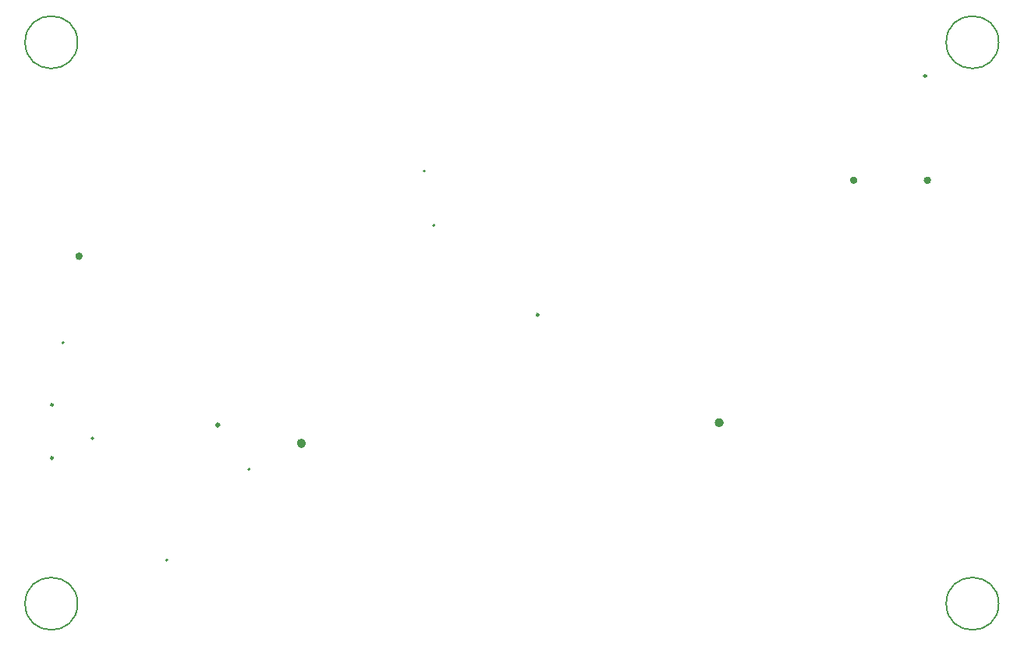
<source format=gbr>
%TF.GenerationSoftware,KiCad,Pcbnew,7.0.7*%
%TF.CreationDate,2023-10-03T15:02:23+02:00*%
%TF.ProjectId,Untitled,556e7469-746c-4656-942e-6b696361645f,rev?*%
%TF.SameCoordinates,Original*%
%TF.FileFunction,Other,Comment*%
%FSLAX46Y46*%
G04 Gerber Fmt 4.6, Leading zero omitted, Abs format (unit mm)*
G04 Created by KiCad (PCBNEW 7.0.7) date 2023-10-03 15:02:23*
%MOMM*%
%LPD*%
G01*
G04 APERTURE LIST*
%ADD10C,0.150000*%
%ADD11C,0.400000*%
%ADD12C,0.250000*%
%ADD13C,0.500000*%
%ADD14C,0.200000*%
%ADD15C,0.300000*%
%ADD16C,0.240000*%
G04 APERTURE END LIST*
D10*
%TO.C,H6*%
X100850000Y-125000000D02*
G75*
G03*
X100850000Y-125000000I-2850000J0D01*
G01*
%TO.C,H5*%
X200850000Y-125000000D02*
G75*
G03*
X200850000Y-125000000I-2850000J0D01*
G01*
%TO.C,H4*%
X200850000Y-64000000D02*
G75*
G03*
X200850000Y-64000000I-2850000J0D01*
G01*
%TO.C,H3*%
X100850000Y-64000000D02*
G75*
G03*
X100850000Y-64000000I-2850000J0D01*
G01*
D11*
%TO.C,Card1*%
X193300000Y-79000000D02*
G75*
G03*
X193300000Y-79000000I-200000J0D01*
G01*
X185300000Y-79000000D02*
G75*
G03*
X185300000Y-79000000I-200000J0D01*
G01*
D12*
X192990000Y-67670000D02*
G75*
G03*
X192990000Y-67670000I-130000J0D01*
G01*
D13*
%TO.C,H1*%
X125395982Y-107578781D02*
G75*
G03*
X125395982Y-107578781I-250000J0D01*
G01*
D12*
%TO.C,USB1*%
X98184549Y-103382072D02*
G75*
G03*
X98184549Y-103382072I-120000J0D01*
G01*
X98184549Y-109162072D02*
G75*
G03*
X98184549Y-109162072I-120000J0D01*
G01*
D13*
%TO.C,H2*%
X170746717Y-105333677D02*
G75*
G03*
X170746717Y-105333677I-250000J0D01*
G01*
D14*
%TO.C,D3*%
X102570000Y-107030000D02*
G75*
G03*
X102570000Y-107030000I-100000J0D01*
G01*
%TO.C,U2*%
X99380000Y-96640000D02*
G75*
G03*
X99380000Y-96640000I-100000J0D01*
G01*
%TO.C,Q3*%
X139640000Y-83900000D02*
G75*
G03*
X139640000Y-83900000I-100000J0D01*
G01*
D11*
%TO.C,U1*%
X101200000Y-87250000D02*
G75*
G03*
X101200000Y-87250000I-200000J0D01*
G01*
D15*
%TO.C,U4*%
X116207576Y-105562356D02*
G75*
G03*
X116207576Y-105562356I-150000J0D01*
G01*
D16*
%TO.C,J8*%
X150905978Y-93606608D02*
G75*
G03*
X150905978Y-93606608I-120000J0D01*
G01*
D14*
%TO.C,Q1*%
X119560000Y-110412356D02*
G75*
G03*
X119560000Y-110412356I-100000J0D01*
G01*
%TO.C,U6*%
X110609682Y-120260000D02*
G75*
G03*
X110609682Y-120260000I-100000J0D01*
G01*
%TO.C,Q2*%
X138592500Y-77990779D02*
G75*
G03*
X138592500Y-77990779I-100000J0D01*
G01*
%TD*%
M02*

</source>
